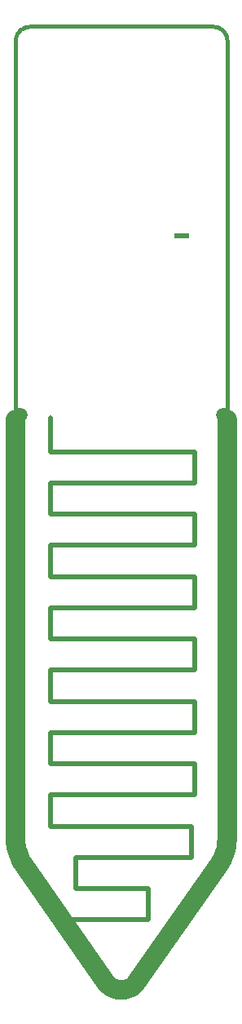
<source format=gko>
G04*
G04 #@! TF.GenerationSoftware,Altium Limited,Altium Designer,19.0.15 (446)*
G04*
G04 Layer_Color=16711935*
%FSLAX25Y25*%
%MOIN*%
G70*
G01*
G75*
%ADD16C,0.00050*%
%ADD82C,0.07874*%
%ADD83C,0.01575*%
%ADD84C,0.01968*%
%ADD85R,0.06000X0.02000*%
D16*
X86639Y387820D02*
X86550Y388846D01*
X86283Y389840D01*
X85848Y390773D01*
X85258Y391616D01*
X84530Y392344D01*
X83686Y392935D01*
X82753Y393370D01*
X81759Y393636D01*
X80734Y393726D01*
X5931D02*
X4905Y393636D01*
X3911Y393370D01*
X2978Y392935D01*
X2135Y392344D01*
X1407Y391616D01*
X816Y390773D01*
X381Y389840D01*
X115Y388846D01*
X25Y387820D01*
Y62227D02*
X51Y61225D01*
X127Y60226D01*
X254Y59232D01*
X432Y58246D01*
X659Y57270D01*
X936Y56307D01*
X1262Y55360D01*
X1635Y54430D01*
X2055Y53520D01*
X2521Y52633D01*
X3031Y51771D01*
X3585Y50936D01*
X36882Y3383D02*
X37511Y2596D01*
X38236Y1897D01*
X39044Y1295D01*
X39922Y802D01*
X40855Y425D01*
X41830Y170D01*
X42829Y41D01*
X43836D01*
X44835Y170D01*
X45809Y425D01*
X46743Y802D01*
X47621Y1295D01*
X48428Y1897D01*
X49153Y2596D01*
X49782Y3383D01*
X83079Y50936D02*
X83633Y51771D01*
X84143Y52633D01*
X84609Y53520D01*
X85029Y54430D01*
X85403Y55360D01*
X85728Y56307D01*
X86005Y57270D01*
X86233Y58246D01*
X86410Y59232D01*
X86537Y60226D01*
X86614Y61225D01*
X86639Y62227D01*
X84696Y237000D02*
X83704Y236748D01*
X82973Y236032D01*
X82700Y235045D01*
X82959Y234055D01*
X83680Y233329D01*
X84668Y233063D01*
X2000D02*
X2988Y233329D01*
X3709Y234055D01*
X3968Y235045D01*
X3696Y236032D01*
X2965Y236748D01*
X1973Y237000D01*
X5931Y393726D02*
X80734D01*
X3585Y50936D02*
X36882Y3383D01*
X49782D02*
X83079Y50936D01*
X86639Y237000D02*
X86639Y387820D01*
X84668Y233063D02*
X86637D01*
X84696Y237000D02*
X86664D01*
X86637Y62227D02*
X86637Y233063D01*
X25D02*
X25Y62227D01*
X4Y237000D02*
X1973D01*
X0Y233063D02*
X1969D01*
X4Y387820D02*
X4Y237000D01*
D82*
X36882Y3383D02*
X37511Y2596D01*
X38236Y1897D01*
X39044Y1295D01*
X39922Y802D01*
X40855Y425D01*
X41830Y170D01*
X42829Y41D01*
X43836D01*
X44835Y170D01*
X45809Y425D01*
X46743Y802D01*
X47621Y1295D01*
X48428Y1897D01*
X49153Y2596D01*
X49782Y3383D01*
X83079Y50936D02*
X83633Y51771D01*
X84143Y52633D01*
X84609Y53520D01*
X85029Y54430D01*
X85403Y55360D01*
X85728Y56307D01*
X86005Y57270D01*
X86233Y58246D01*
X86410Y59232D01*
X86537Y60226D01*
X86614Y61225D01*
X86639Y62227D01*
X25Y62227D02*
X51Y61225D01*
X127Y60226D01*
X254Y59232D01*
X432Y58246D01*
X659Y57270D01*
X936Y56307D01*
X1262Y55360D01*
X1635Y54430D01*
X2055Y53520D01*
X2521Y52633D01*
X3031Y51771D01*
X3585Y50936D01*
X36882Y3383D01*
X49782D02*
X83079Y50936D01*
X86637Y62227D02*
X86637Y233063D01*
X25D02*
X25Y62227D01*
D83*
X84696Y237000D02*
X83704Y236748D01*
X82973Y236032D01*
X82700Y235045D01*
X82959Y234055D01*
X83680Y233329D01*
X84668Y233063D01*
X86639Y387820D02*
X86550Y388846D01*
X86283Y389840D01*
X85848Y390773D01*
X85258Y391616D01*
X84530Y392344D01*
X83686Y392935D01*
X82753Y393370D01*
X81759Y393636D01*
X80734Y393726D01*
X5931D02*
X4905Y393636D01*
X3911Y393370D01*
X2978Y392935D01*
X2135Y392344D01*
X1407Y391616D01*
X816Y390773D01*
X381Y389840D01*
X115Y388846D01*
X25Y387820D01*
X2000Y233063D02*
X2988Y233329D01*
X3709Y234055D01*
X3968Y235045D01*
X3696Y236032D01*
X2965Y236748D01*
X1973Y237000D01*
X86637Y62227D02*
X86639D01*
X84668Y233063D02*
X86637D01*
X84696Y237000D02*
X86639D01*
X86639Y387820D01*
Y387820D01*
X80734Y393726D02*
X80734Y393726D01*
X5931D02*
X80734D01*
X5931D02*
X5931Y393726D01*
X4Y387820D02*
X25Y387820D01*
X4Y387820D02*
X4Y237000D01*
X1973D01*
X25Y233063D02*
X2000D01*
D84*
X73469Y181694D02*
Y194446D01*
X14413Y181694D02*
X73469D01*
X14413Y168943D02*
Y181694D01*
Y168943D02*
X73469D01*
Y156191D02*
Y168943D01*
X14413Y156191D02*
X73469D01*
X14413Y143439D02*
Y156191D01*
Y143439D02*
X73469D01*
Y130688D02*
Y143439D01*
X14413Y130688D02*
X73469D01*
X14413Y117936D02*
Y130688D01*
Y117936D02*
X73469D01*
Y105184D02*
Y117936D01*
X14413Y105184D02*
X73469D01*
X14413Y92432D02*
Y105184D01*
Y92432D02*
X73469D01*
Y79681D02*
Y92432D01*
X14413Y79681D02*
X73469D01*
X14413Y66929D02*
Y79681D01*
Y66929D02*
X72201D01*
Y54177D02*
Y66929D01*
X24610Y54177D02*
X72201D01*
X24610Y41426D02*
Y54177D01*
Y41426D02*
X54343D01*
Y28674D02*
Y41426D01*
X20562Y28674D02*
X54343D01*
X14413Y194446D02*
X73469D01*
X14413D02*
Y207198D01*
X73469D02*
Y219949D01*
X14413Y207198D02*
X73469D01*
X14413Y219949D02*
X73469D01*
X14413D02*
Y233829D01*
D85*
X68000Y308000D02*
D03*
M02*

</source>
